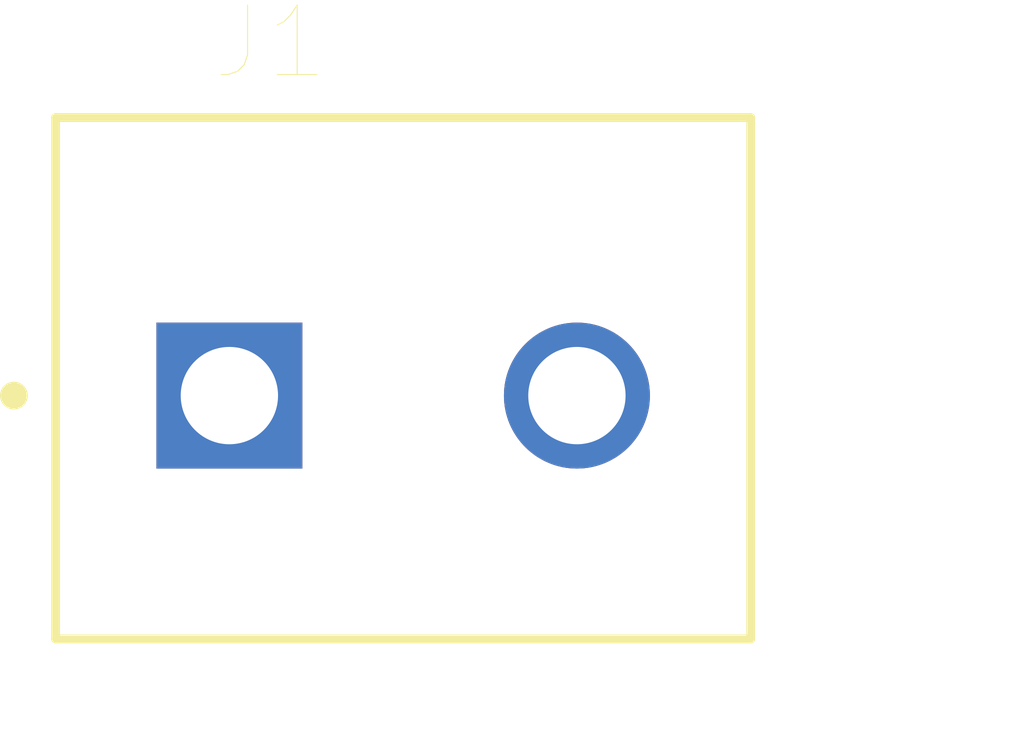
<source format=kicad_pcb>
(kicad_pcb (version 20210228) (generator pcbnew)
  (title_block (title "Power Adapter 5V (terminal block to terminal block with sensor I/O)") (date "2021-03-03") (rev "0.1"))
  (layers (0 "F.Cu" signal) (31 "B.Cu" signal) (34 "B.Paste" user) (35 "F.Paste" user) (36 "B.SilkS" user "B.Silkscreen") (37 "F.SilkS" user "F.Silkscreen") (38 "B.Mask" user) (39 "F.Mask" user) (44 "Edge.Cuts" user))
  (net 0 "")
  (footprint "KF301-2P:HANDSON_KF301-2P" (layer "F.Cu") (at 177.8 50.8)
    (fp_text reference "J1" (at -1.905 -5.08) (layer "F.SilkS") (effects (font (thickness 0.015))))
    (fp_text value "KF301-2P")
    (fp_line (start -5 3.5) (end -5 -4) (layer "F.SilkS") (width 0.127))
    (fp_line (start 5 3.5) (end -5 3.5) (layer "F.SilkS") (width 0.127))
    (fp_line (start -5 -4) (end 5 -4) (layer "F.SilkS") (width 0.127))
    (fp_line (start 5 -4) (end 5 3.5) (layer "F.SilkS") (width 0.127))
    (fp_circle (center -5.6 0) (end -5.5 0) (layer "F.SilkS") (width 0.2) (fill none))
    (pad "1" thru_hole rect (at -2.5 0) (size 2.1 2.1) (drill 1.4) (layers *.Cu *.Mask))
    (pad "2" thru_hole circle (at 2.5 0) (size 2.1 2.1) (drill 1.4) (layers *.Cu *.Mask))
  )
)
</source>
